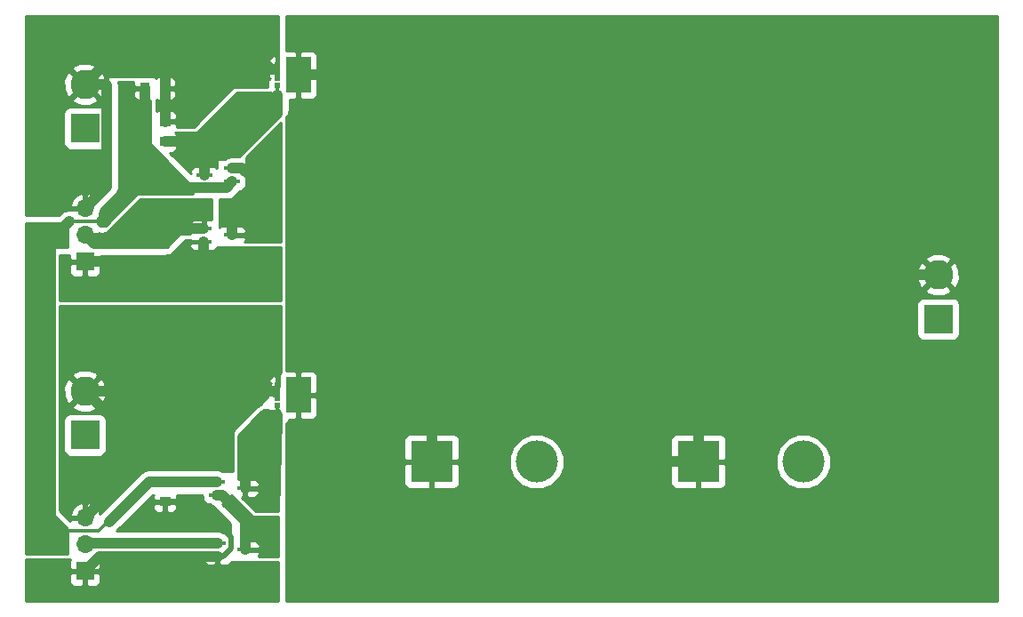
<source format=gbr>
G04 #@! TF.FileFunction,Copper,L1,Top,Signal*
%FSLAX46Y46*%
G04 Gerber Fmt 4.6, Leading zero omitted, Abs format (unit mm)*
G04 Created by KiCad (PCBNEW 4.0.7-e2-6376~58~ubuntu16.04.1) date Fri Dec  8 16:26:48 2017*
%MOMM*%
%LPD*%
G01*
G04 APERTURE LIST*
%ADD10C,0.100000*%
%ADD11R,4.000000X4.000000*%
%ADD12C,4.000000*%
%ADD13R,2.800000X2.800000*%
%ADD14C,2.800000*%
%ADD15R,1.500000X0.450000*%
%ADD16R,0.500000X0.500000*%
%ADD17R,2.400000X3.400000*%
%ADD18R,1.000000X0.845000*%
%ADD19R,0.845000X1.000000*%
%ADD20R,1.700000X1.700000*%
%ADD21O,1.700000X1.700000*%
%ADD22C,1.000000*%
%ADD23C,0.500000*%
%ADD24C,0.300000*%
%ADD25C,0.254000*%
G04 APERTURE END LIST*
D10*
D11*
X153670000Y-88900000D03*
D12*
X163670000Y-88900000D03*
D11*
X179070000Y-88900000D03*
D12*
X189070000Y-88900000D03*
D13*
X120650000Y-57150000D03*
D14*
X120650000Y-52950000D03*
D13*
X120650000Y-86360000D03*
D14*
X120650000Y-82160000D03*
D13*
X201930000Y-75320000D03*
D14*
X201930000Y-71120000D03*
D15*
X134680000Y-62230000D03*
X134680000Y-60930000D03*
X132020000Y-61580000D03*
X131960000Y-66660000D03*
X131960000Y-67960000D03*
X134620000Y-67310000D03*
X133230000Y-90790000D03*
X133230000Y-92090000D03*
X135890000Y-91440000D03*
X133290000Y-96632000D03*
X133290000Y-97932000D03*
X135950000Y-97282000D03*
D16*
X139020000Y-51095000D03*
X139020000Y-51745000D03*
X139020000Y-52395000D03*
X139020000Y-53045000D03*
D17*
X140970000Y-52070000D03*
D16*
X139020000Y-81575000D03*
X139020000Y-82225000D03*
X139020000Y-82875000D03*
X139020000Y-83525000D03*
D17*
X140970000Y-82550000D03*
D18*
X128270000Y-90785000D03*
X128270000Y-92710000D03*
D19*
X128270000Y-53340000D03*
X126345000Y-53340000D03*
D18*
X128270000Y-58420000D03*
X128270000Y-56495000D03*
D20*
X120650000Y-69850000D03*
D21*
X120650000Y-67310000D03*
X120650000Y-64770000D03*
D20*
X120650000Y-99314000D03*
D21*
X120650000Y-96774000D03*
X120650000Y-94234000D03*
D22*
X150320000Y-82550000D02*
X151130000Y-82550000D01*
X151130000Y-82550000D02*
X169720000Y-82550000D01*
X140970000Y-52070000D02*
X143170000Y-52070000D01*
X143170000Y-52070000D02*
X150320000Y-59220000D01*
X150320000Y-59220000D02*
X150320000Y-65570000D01*
X179070000Y-88900000D02*
X179070000Y-78486000D01*
X201930000Y-71120000D02*
X186436000Y-71120000D01*
X186436000Y-71120000D02*
X179070000Y-78486000D01*
X169720000Y-82550000D02*
X176070000Y-88900000D01*
X176070000Y-88900000D02*
X179070000Y-88900000D01*
X150320000Y-65570000D02*
X150320000Y-82550000D01*
X150320000Y-82550000D02*
X153670000Y-85900000D01*
X153670000Y-85900000D02*
X153670000Y-88900000D01*
X133290000Y-97932000D02*
X122032000Y-97932000D01*
X122032000Y-97932000D02*
X120650000Y-99314000D01*
D23*
X128270000Y-92710000D02*
X131153002Y-92710000D01*
X131153002Y-92710000D02*
X134540000Y-96096998D01*
X134540000Y-96096998D02*
X134540000Y-97207000D01*
X133815000Y-97932000D02*
X133290000Y-97932000D01*
X134540000Y-97207000D02*
X133815000Y-97932000D01*
D22*
X131295000Y-69850000D02*
X131960000Y-69185000D01*
X131960000Y-69185000D02*
X131960000Y-67960000D01*
X120650000Y-69850000D02*
X131295000Y-69850000D01*
D23*
X139020000Y-51095000D02*
X139020000Y-51745000D01*
D22*
X137414000Y-51550001D02*
X138164001Y-51550001D01*
X128270000Y-51550001D02*
X137414000Y-51550001D01*
X137414000Y-51550001D02*
X138672001Y-51550001D01*
D23*
X139020000Y-51745000D02*
X138270000Y-51745000D01*
X138270000Y-51745000D02*
X138164001Y-51639001D01*
X138164001Y-51639001D02*
X138164001Y-51550001D01*
X139020000Y-51095000D02*
X139020000Y-52344999D01*
D22*
X120650000Y-52950000D02*
X122629898Y-52950000D01*
X122629898Y-52950000D02*
X122750001Y-53070103D01*
X122750001Y-53070103D02*
X122750001Y-62669999D01*
X121499999Y-63920001D02*
X120650000Y-64770000D01*
X122750001Y-62669999D02*
X121499999Y-63920001D01*
X128270000Y-56495000D02*
X128270000Y-53340000D01*
X122049999Y-51550001D02*
X128270000Y-51550001D01*
X128270000Y-53340000D02*
X128270000Y-51550001D01*
X120650000Y-52950000D02*
X122049999Y-51550001D01*
D23*
X139020000Y-82225000D02*
X138684000Y-82225000D01*
X138684000Y-82225000D02*
X137225000Y-82225000D01*
D22*
X120650000Y-82160000D02*
X138619000Y-82160000D01*
X138619000Y-82160000D02*
X138684000Y-82225000D01*
D23*
X137225000Y-82225000D02*
X137160000Y-82160000D01*
X139020000Y-81575000D02*
X139020000Y-82325000D01*
X139020000Y-82325000D02*
X139020000Y-82824999D01*
D22*
X120715000Y-82225000D02*
X120650000Y-82160000D01*
X120650000Y-82160000D02*
X123698000Y-85208000D01*
X123698000Y-85208000D02*
X123698000Y-91186000D01*
X123698000Y-91186000D02*
X121499999Y-93384001D01*
X121499999Y-93384001D02*
X120650000Y-94234000D01*
X122174000Y-66040000D02*
X125433990Y-62780010D01*
X125433990Y-62780010D02*
X128989990Y-62780010D01*
X128270000Y-90785000D02*
X133225000Y-90785000D01*
X133225000Y-90785000D02*
X133230000Y-90790000D01*
D24*
X118618000Y-95504000D02*
X121920000Y-95504000D01*
X122936000Y-94619000D02*
X122805000Y-94619000D01*
X122805000Y-94619000D02*
X121920000Y-95504000D01*
D22*
X128270000Y-90785000D02*
X126770000Y-90785000D01*
X126770000Y-90785000D02*
X122936000Y-94619000D01*
X117094000Y-93980000D02*
X118618000Y-95504000D01*
X119126000Y-66040000D02*
X117094000Y-68072000D01*
X117094000Y-68072000D02*
X117094000Y-93980000D01*
D24*
X122174000Y-66040000D02*
X119126000Y-66040000D01*
D22*
X131064000Y-62780010D02*
X130447508Y-62780010D01*
X134129990Y-62780010D02*
X131064000Y-62780010D01*
X131064000Y-62780010D02*
X128989990Y-62780010D01*
X134680000Y-62230000D02*
X134129990Y-62780010D01*
X130447508Y-62780010D02*
X126345000Y-58677502D01*
X126345000Y-58677502D02*
X126345000Y-54840000D01*
X126345000Y-54840000D02*
X126345000Y-53340000D01*
X134620000Y-67310000D02*
X134620000Y-66085000D01*
X134620000Y-66085000D02*
X136398000Y-64307000D01*
X136398000Y-64307000D02*
X136398000Y-61712998D01*
X134680000Y-60930000D02*
X135615002Y-60930000D01*
X135615002Y-60930000D02*
X136398000Y-61712998D01*
X139020000Y-54020000D02*
X139020000Y-55290000D01*
X139020000Y-55290000D02*
X134934000Y-59376000D01*
D24*
X139020000Y-53045000D02*
X139020000Y-54020000D01*
D22*
X132020000Y-59376000D02*
X134934000Y-59376000D01*
X131064000Y-58420000D02*
X132020000Y-59376000D01*
X132020000Y-59376000D02*
X132020000Y-61580000D01*
X128270000Y-58420000D02*
X131064000Y-58420000D01*
X128182001Y-68159999D02*
X129682000Y-66660000D01*
X129682000Y-66660000D02*
X131960000Y-66660000D01*
X120650000Y-67310000D02*
X121499999Y-68159999D01*
X121499999Y-68159999D02*
X128182001Y-68159999D01*
X135950000Y-97282000D02*
X135950000Y-94285000D01*
X135950000Y-94285000D02*
X133755000Y-92090000D01*
X133755000Y-92090000D02*
X133230000Y-92090000D01*
X139020000Y-84500000D02*
X137750000Y-84500000D01*
X137750000Y-84500000D02*
X135890000Y-86360000D01*
X135890000Y-86360000D02*
X135890000Y-88900000D01*
D24*
X139020000Y-83525000D02*
X139020000Y-84500000D01*
D22*
X135890000Y-91440000D02*
X135890000Y-88900000D01*
X133290000Y-96632000D02*
X120792000Y-96632000D01*
X120792000Y-96632000D02*
X120650000Y-96774000D01*
D25*
G36*
X207570000Y-102160000D02*
X139827000Y-102160000D01*
X139827000Y-89185750D01*
X151035000Y-89185750D01*
X151035000Y-91026310D01*
X151131673Y-91259699D01*
X151310302Y-91438327D01*
X151543691Y-91535000D01*
X153384250Y-91535000D01*
X153543000Y-91376250D01*
X153543000Y-89027000D01*
X153797000Y-89027000D01*
X153797000Y-91376250D01*
X153955750Y-91535000D01*
X155796309Y-91535000D01*
X156029698Y-91438327D01*
X156208327Y-91259699D01*
X156305000Y-91026310D01*
X156305000Y-89421834D01*
X161034543Y-89421834D01*
X161434853Y-90390658D01*
X162175443Y-91132542D01*
X163143567Y-91534542D01*
X164191834Y-91535457D01*
X165160658Y-91135147D01*
X165902542Y-90394557D01*
X166304542Y-89426433D01*
X166304752Y-89185750D01*
X176435000Y-89185750D01*
X176435000Y-91026310D01*
X176531673Y-91259699D01*
X176710302Y-91438327D01*
X176943691Y-91535000D01*
X178784250Y-91535000D01*
X178943000Y-91376250D01*
X178943000Y-89027000D01*
X179197000Y-89027000D01*
X179197000Y-91376250D01*
X179355750Y-91535000D01*
X181196309Y-91535000D01*
X181429698Y-91438327D01*
X181608327Y-91259699D01*
X181705000Y-91026310D01*
X181705000Y-89421834D01*
X186434543Y-89421834D01*
X186834853Y-90390658D01*
X187575443Y-91132542D01*
X188543567Y-91534542D01*
X189591834Y-91535457D01*
X190560658Y-91135147D01*
X191302542Y-90394557D01*
X191704542Y-89426433D01*
X191705457Y-88378166D01*
X191305147Y-87409342D01*
X190564557Y-86667458D01*
X189596433Y-86265458D01*
X188548166Y-86264543D01*
X187579342Y-86664853D01*
X186837458Y-87405443D01*
X186435458Y-88373567D01*
X186434543Y-89421834D01*
X181705000Y-89421834D01*
X181705000Y-89185750D01*
X181546250Y-89027000D01*
X179197000Y-89027000D01*
X178943000Y-89027000D01*
X176593750Y-89027000D01*
X176435000Y-89185750D01*
X166304752Y-89185750D01*
X166305457Y-88378166D01*
X165905147Y-87409342D01*
X165270604Y-86773690D01*
X176435000Y-86773690D01*
X176435000Y-88614250D01*
X176593750Y-88773000D01*
X178943000Y-88773000D01*
X178943000Y-86423750D01*
X179197000Y-86423750D01*
X179197000Y-88773000D01*
X181546250Y-88773000D01*
X181705000Y-88614250D01*
X181705000Y-86773690D01*
X181608327Y-86540301D01*
X181429698Y-86361673D01*
X181196309Y-86265000D01*
X179355750Y-86265000D01*
X179197000Y-86423750D01*
X178943000Y-86423750D01*
X178784250Y-86265000D01*
X176943691Y-86265000D01*
X176710302Y-86361673D01*
X176531673Y-86540301D01*
X176435000Y-86773690D01*
X165270604Y-86773690D01*
X165164557Y-86667458D01*
X164196433Y-86265458D01*
X163148166Y-86264543D01*
X162179342Y-86664853D01*
X161437458Y-87405443D01*
X161035458Y-88373567D01*
X161034543Y-89421834D01*
X156305000Y-89421834D01*
X156305000Y-89185750D01*
X156146250Y-89027000D01*
X153797000Y-89027000D01*
X153543000Y-89027000D01*
X151193750Y-89027000D01*
X151035000Y-89185750D01*
X139827000Y-89185750D01*
X139827000Y-86773690D01*
X151035000Y-86773690D01*
X151035000Y-88614250D01*
X151193750Y-88773000D01*
X153543000Y-88773000D01*
X153543000Y-86423750D01*
X153797000Y-86423750D01*
X153797000Y-88773000D01*
X156146250Y-88773000D01*
X156305000Y-88614250D01*
X156305000Y-86773690D01*
X156208327Y-86540301D01*
X156029698Y-86361673D01*
X155796309Y-86265000D01*
X153955750Y-86265000D01*
X153797000Y-86423750D01*
X153543000Y-86423750D01*
X153384250Y-86265000D01*
X151543691Y-86265000D01*
X151310302Y-86361673D01*
X151131673Y-86540301D01*
X151035000Y-86773690D01*
X139827000Y-86773690D01*
X139827000Y-85295930D01*
X140068603Y-84934346D01*
X140078419Y-84885000D01*
X140684250Y-84885000D01*
X140843000Y-84726250D01*
X140843000Y-82677000D01*
X141097000Y-82677000D01*
X141097000Y-84726250D01*
X141255750Y-84885000D01*
X142296309Y-84885000D01*
X142529698Y-84788327D01*
X142708327Y-84609699D01*
X142805000Y-84376310D01*
X142805000Y-82835750D01*
X142646250Y-82677000D01*
X141097000Y-82677000D01*
X140843000Y-82677000D01*
X140823000Y-82677000D01*
X140823000Y-82423000D01*
X140843000Y-82423000D01*
X140843000Y-80373750D01*
X141097000Y-80373750D01*
X141097000Y-82423000D01*
X142646250Y-82423000D01*
X142805000Y-82264250D01*
X142805000Y-80723690D01*
X142708327Y-80490301D01*
X142529698Y-80311673D01*
X142296309Y-80215000D01*
X141255750Y-80215000D01*
X141097000Y-80373750D01*
X140843000Y-80373750D01*
X140684250Y-80215000D01*
X139827000Y-80215000D01*
X139827000Y-73920000D01*
X199882560Y-73920000D01*
X199882560Y-76720000D01*
X199926838Y-76955317D01*
X200065910Y-77171441D01*
X200278110Y-77316431D01*
X200530000Y-77367440D01*
X203330000Y-77367440D01*
X203565317Y-77323162D01*
X203781441Y-77184090D01*
X203926431Y-76971890D01*
X203977440Y-76720000D01*
X203977440Y-73920000D01*
X203933162Y-73684683D01*
X203794090Y-73468559D01*
X203581890Y-73323569D01*
X203330000Y-73272560D01*
X200530000Y-73272560D01*
X200294683Y-73316838D01*
X200078559Y-73455910D01*
X199933569Y-73668110D01*
X199882560Y-73920000D01*
X139827000Y-73920000D01*
X139827000Y-72561724D01*
X200667882Y-72561724D01*
X200815455Y-72870106D01*
X201570031Y-73163405D01*
X202379409Y-73145614D01*
X203044545Y-72870106D01*
X203192118Y-72561724D01*
X201930000Y-71299605D01*
X200667882Y-72561724D01*
X139827000Y-72561724D01*
X139827000Y-70760031D01*
X199886595Y-70760031D01*
X199904386Y-71569409D01*
X200179894Y-72234545D01*
X200488276Y-72382118D01*
X201750395Y-71120000D01*
X202109605Y-71120000D01*
X203371724Y-72382118D01*
X203680106Y-72234545D01*
X203973405Y-71479969D01*
X203955614Y-70670591D01*
X203680106Y-70005455D01*
X203371724Y-69857882D01*
X202109605Y-71120000D01*
X201750395Y-71120000D01*
X200488276Y-69857882D01*
X200179894Y-70005455D01*
X199886595Y-70760031D01*
X139827000Y-70760031D01*
X139827000Y-69678276D01*
X200667882Y-69678276D01*
X201930000Y-70940395D01*
X203192118Y-69678276D01*
X203044545Y-69369894D01*
X202289969Y-69076595D01*
X201480591Y-69094386D01*
X200815455Y-69369894D01*
X200667882Y-69678276D01*
X139827000Y-69678276D01*
X139827000Y-56085930D01*
X140068604Y-55724345D01*
X140155000Y-55290000D01*
X140155000Y-54405000D01*
X140684250Y-54405000D01*
X140843000Y-54246250D01*
X140843000Y-52197000D01*
X141097000Y-52197000D01*
X141097000Y-54246250D01*
X141255750Y-54405000D01*
X142296309Y-54405000D01*
X142529698Y-54308327D01*
X142708327Y-54129699D01*
X142805000Y-53896310D01*
X142805000Y-52355750D01*
X142646250Y-52197000D01*
X141097000Y-52197000D01*
X140843000Y-52197000D01*
X140823000Y-52197000D01*
X140823000Y-51943000D01*
X140843000Y-51943000D01*
X140843000Y-49893750D01*
X141097000Y-49893750D01*
X141097000Y-51943000D01*
X142646250Y-51943000D01*
X142805000Y-51784250D01*
X142805000Y-50243690D01*
X142708327Y-50010301D01*
X142529698Y-49831673D01*
X142296309Y-49735000D01*
X141255750Y-49735000D01*
X141097000Y-49893750D01*
X140843000Y-49893750D01*
X140684250Y-49735000D01*
X139827000Y-49735000D01*
X139827000Y-46430000D01*
X207570000Y-46430000D01*
X207570000Y-102160000D01*
X207570000Y-102160000D01*
G37*
X207570000Y-102160000D02*
X139827000Y-102160000D01*
X139827000Y-89185750D01*
X151035000Y-89185750D01*
X151035000Y-91026310D01*
X151131673Y-91259699D01*
X151310302Y-91438327D01*
X151543691Y-91535000D01*
X153384250Y-91535000D01*
X153543000Y-91376250D01*
X153543000Y-89027000D01*
X153797000Y-89027000D01*
X153797000Y-91376250D01*
X153955750Y-91535000D01*
X155796309Y-91535000D01*
X156029698Y-91438327D01*
X156208327Y-91259699D01*
X156305000Y-91026310D01*
X156305000Y-89421834D01*
X161034543Y-89421834D01*
X161434853Y-90390658D01*
X162175443Y-91132542D01*
X163143567Y-91534542D01*
X164191834Y-91535457D01*
X165160658Y-91135147D01*
X165902542Y-90394557D01*
X166304542Y-89426433D01*
X166304752Y-89185750D01*
X176435000Y-89185750D01*
X176435000Y-91026310D01*
X176531673Y-91259699D01*
X176710302Y-91438327D01*
X176943691Y-91535000D01*
X178784250Y-91535000D01*
X178943000Y-91376250D01*
X178943000Y-89027000D01*
X179197000Y-89027000D01*
X179197000Y-91376250D01*
X179355750Y-91535000D01*
X181196309Y-91535000D01*
X181429698Y-91438327D01*
X181608327Y-91259699D01*
X181705000Y-91026310D01*
X181705000Y-89421834D01*
X186434543Y-89421834D01*
X186834853Y-90390658D01*
X187575443Y-91132542D01*
X188543567Y-91534542D01*
X189591834Y-91535457D01*
X190560658Y-91135147D01*
X191302542Y-90394557D01*
X191704542Y-89426433D01*
X191705457Y-88378166D01*
X191305147Y-87409342D01*
X190564557Y-86667458D01*
X189596433Y-86265458D01*
X188548166Y-86264543D01*
X187579342Y-86664853D01*
X186837458Y-87405443D01*
X186435458Y-88373567D01*
X186434543Y-89421834D01*
X181705000Y-89421834D01*
X181705000Y-89185750D01*
X181546250Y-89027000D01*
X179197000Y-89027000D01*
X178943000Y-89027000D01*
X176593750Y-89027000D01*
X176435000Y-89185750D01*
X166304752Y-89185750D01*
X166305457Y-88378166D01*
X165905147Y-87409342D01*
X165270604Y-86773690D01*
X176435000Y-86773690D01*
X176435000Y-88614250D01*
X176593750Y-88773000D01*
X178943000Y-88773000D01*
X178943000Y-86423750D01*
X179197000Y-86423750D01*
X179197000Y-88773000D01*
X181546250Y-88773000D01*
X181705000Y-88614250D01*
X181705000Y-86773690D01*
X181608327Y-86540301D01*
X181429698Y-86361673D01*
X181196309Y-86265000D01*
X179355750Y-86265000D01*
X179197000Y-86423750D01*
X178943000Y-86423750D01*
X178784250Y-86265000D01*
X176943691Y-86265000D01*
X176710302Y-86361673D01*
X176531673Y-86540301D01*
X176435000Y-86773690D01*
X165270604Y-86773690D01*
X165164557Y-86667458D01*
X164196433Y-86265458D01*
X163148166Y-86264543D01*
X162179342Y-86664853D01*
X161437458Y-87405443D01*
X161035458Y-88373567D01*
X161034543Y-89421834D01*
X156305000Y-89421834D01*
X156305000Y-89185750D01*
X156146250Y-89027000D01*
X153797000Y-89027000D01*
X153543000Y-89027000D01*
X151193750Y-89027000D01*
X151035000Y-89185750D01*
X139827000Y-89185750D01*
X139827000Y-86773690D01*
X151035000Y-86773690D01*
X151035000Y-88614250D01*
X151193750Y-88773000D01*
X153543000Y-88773000D01*
X153543000Y-86423750D01*
X153797000Y-86423750D01*
X153797000Y-88773000D01*
X156146250Y-88773000D01*
X156305000Y-88614250D01*
X156305000Y-86773690D01*
X156208327Y-86540301D01*
X156029698Y-86361673D01*
X155796309Y-86265000D01*
X153955750Y-86265000D01*
X153797000Y-86423750D01*
X153543000Y-86423750D01*
X153384250Y-86265000D01*
X151543691Y-86265000D01*
X151310302Y-86361673D01*
X151131673Y-86540301D01*
X151035000Y-86773690D01*
X139827000Y-86773690D01*
X139827000Y-85295930D01*
X140068603Y-84934346D01*
X140078419Y-84885000D01*
X140684250Y-84885000D01*
X140843000Y-84726250D01*
X140843000Y-82677000D01*
X141097000Y-82677000D01*
X141097000Y-84726250D01*
X141255750Y-84885000D01*
X142296309Y-84885000D01*
X142529698Y-84788327D01*
X142708327Y-84609699D01*
X142805000Y-84376310D01*
X142805000Y-82835750D01*
X142646250Y-82677000D01*
X141097000Y-82677000D01*
X140843000Y-82677000D01*
X140823000Y-82677000D01*
X140823000Y-82423000D01*
X140843000Y-82423000D01*
X140843000Y-80373750D01*
X141097000Y-80373750D01*
X141097000Y-82423000D01*
X142646250Y-82423000D01*
X142805000Y-82264250D01*
X142805000Y-80723690D01*
X142708327Y-80490301D01*
X142529698Y-80311673D01*
X142296309Y-80215000D01*
X141255750Y-80215000D01*
X141097000Y-80373750D01*
X140843000Y-80373750D01*
X140684250Y-80215000D01*
X139827000Y-80215000D01*
X139827000Y-73920000D01*
X199882560Y-73920000D01*
X199882560Y-76720000D01*
X199926838Y-76955317D01*
X200065910Y-77171441D01*
X200278110Y-77316431D01*
X200530000Y-77367440D01*
X203330000Y-77367440D01*
X203565317Y-77323162D01*
X203781441Y-77184090D01*
X203926431Y-76971890D01*
X203977440Y-76720000D01*
X203977440Y-73920000D01*
X203933162Y-73684683D01*
X203794090Y-73468559D01*
X203581890Y-73323569D01*
X203330000Y-73272560D01*
X200530000Y-73272560D01*
X200294683Y-73316838D01*
X200078559Y-73455910D01*
X199933569Y-73668110D01*
X199882560Y-73920000D01*
X139827000Y-73920000D01*
X139827000Y-72561724D01*
X200667882Y-72561724D01*
X200815455Y-72870106D01*
X201570031Y-73163405D01*
X202379409Y-73145614D01*
X203044545Y-72870106D01*
X203192118Y-72561724D01*
X201930000Y-71299605D01*
X200667882Y-72561724D01*
X139827000Y-72561724D01*
X139827000Y-70760031D01*
X199886595Y-70760031D01*
X199904386Y-71569409D01*
X200179894Y-72234545D01*
X200488276Y-72382118D01*
X201750395Y-71120000D01*
X202109605Y-71120000D01*
X203371724Y-72382118D01*
X203680106Y-72234545D01*
X203973405Y-71479969D01*
X203955614Y-70670591D01*
X203680106Y-70005455D01*
X203371724Y-69857882D01*
X202109605Y-71120000D01*
X201750395Y-71120000D01*
X200488276Y-69857882D01*
X200179894Y-70005455D01*
X199886595Y-70760031D01*
X139827000Y-70760031D01*
X139827000Y-69678276D01*
X200667882Y-69678276D01*
X201930000Y-70940395D01*
X203192118Y-69678276D01*
X203044545Y-69369894D01*
X202289969Y-69076595D01*
X201480591Y-69094386D01*
X200815455Y-69369894D01*
X200667882Y-69678276D01*
X139827000Y-69678276D01*
X139827000Y-56085930D01*
X140068604Y-55724345D01*
X140155000Y-55290000D01*
X140155000Y-54405000D01*
X140684250Y-54405000D01*
X140843000Y-54246250D01*
X140843000Y-52197000D01*
X141097000Y-52197000D01*
X141097000Y-54246250D01*
X141255750Y-54405000D01*
X142296309Y-54405000D01*
X142529698Y-54308327D01*
X142708327Y-54129699D01*
X142805000Y-53896310D01*
X142805000Y-52355750D01*
X142646250Y-52197000D01*
X141097000Y-52197000D01*
X140843000Y-52197000D01*
X140823000Y-52197000D01*
X140823000Y-51943000D01*
X140843000Y-51943000D01*
X140843000Y-49893750D01*
X141097000Y-49893750D01*
X141097000Y-51943000D01*
X142646250Y-51943000D01*
X142805000Y-51784250D01*
X142805000Y-50243690D01*
X142708327Y-50010301D01*
X142529698Y-49831673D01*
X142296309Y-49735000D01*
X141255750Y-49735000D01*
X141097000Y-49893750D01*
X140843000Y-49893750D01*
X140684250Y-49735000D01*
X139827000Y-49735000D01*
X139827000Y-46430000D01*
X207570000Y-46430000D01*
X207570000Y-102160000D01*
G36*
X139319000Y-80385626D02*
X139318559Y-80385910D01*
X139173569Y-80598110D01*
X139122560Y-80850000D01*
X139122560Y-81722000D01*
X138895000Y-81722000D01*
X138895000Y-81498750D01*
X138846250Y-81450000D01*
X138895000Y-81450000D01*
X138895000Y-80848750D01*
X138736250Y-80690000D01*
X138643691Y-80690000D01*
X138410302Y-80786673D01*
X138231673Y-80965301D01*
X138135000Y-81198690D01*
X138135000Y-81291250D01*
X138293750Y-81450000D01*
X138396975Y-81450000D01*
X138231673Y-81615301D01*
X138135000Y-81848690D01*
X138135000Y-81951310D01*
X138231673Y-82184699D01*
X138271974Y-82225000D01*
X138231673Y-82265301D01*
X138135000Y-82498690D01*
X138135000Y-82601310D01*
X138153770Y-82646624D01*
X137357276Y-83443118D01*
X137315654Y-83451397D01*
X137090674Y-83601724D01*
X136947434Y-83697434D01*
X135087434Y-85557434D01*
X134841397Y-85925654D01*
X134833118Y-85967276D01*
X134784197Y-86016197D01*
X134756334Y-86058211D01*
X134747000Y-86106000D01*
X134747000Y-89789000D01*
X133738072Y-89789000D01*
X133659346Y-89736397D01*
X133225000Y-89650000D01*
X126770000Y-89650000D01*
X126335654Y-89736397D01*
X126093185Y-89898410D01*
X125967434Y-89982434D01*
X122133434Y-93816434D01*
X122086156Y-93887190D01*
X122091476Y-93877110D01*
X121921645Y-93467076D01*
X121531358Y-93038817D01*
X121006892Y-92792514D01*
X120777000Y-92913181D01*
X120777000Y-94107000D01*
X120797000Y-94107000D01*
X120797000Y-94361000D01*
X120777000Y-94361000D01*
X120777000Y-94381000D01*
X120523000Y-94381000D01*
X120523000Y-94361000D01*
X119329845Y-94361000D01*
X119243585Y-94524453D01*
X118596242Y-93877110D01*
X119208524Y-93877110D01*
X119329845Y-94107000D01*
X120523000Y-94107000D01*
X120523000Y-92913181D01*
X120293108Y-92792514D01*
X119768642Y-93038817D01*
X119378355Y-93467076D01*
X119208524Y-93877110D01*
X118596242Y-93877110D01*
X118237000Y-93517868D01*
X118237000Y-84960000D01*
X118602560Y-84960000D01*
X118602560Y-87760000D01*
X118646838Y-87995317D01*
X118785910Y-88211441D01*
X118998110Y-88356431D01*
X119250000Y-88407440D01*
X122050000Y-88407440D01*
X122285317Y-88363162D01*
X122501441Y-88224090D01*
X122646431Y-88011890D01*
X122697440Y-87760000D01*
X122697440Y-84960000D01*
X122653162Y-84724683D01*
X122514090Y-84508559D01*
X122301890Y-84363569D01*
X122050000Y-84312560D01*
X119250000Y-84312560D01*
X119014683Y-84356838D01*
X118798559Y-84495910D01*
X118653569Y-84708110D01*
X118602560Y-84960000D01*
X118237000Y-84960000D01*
X118237000Y-83601724D01*
X119387882Y-83601724D01*
X119535455Y-83910106D01*
X120290031Y-84203405D01*
X121099409Y-84185614D01*
X121764545Y-83910106D01*
X121912118Y-83601724D01*
X120650000Y-82339605D01*
X119387882Y-83601724D01*
X118237000Y-83601724D01*
X118237000Y-81800031D01*
X118606595Y-81800031D01*
X118624386Y-82609409D01*
X118899894Y-83274545D01*
X119208276Y-83422118D01*
X120470395Y-82160000D01*
X120829605Y-82160000D01*
X122091724Y-83422118D01*
X122400106Y-83274545D01*
X122693405Y-82519969D01*
X122675614Y-81710591D01*
X122400106Y-81045455D01*
X122091724Y-80897882D01*
X120829605Y-82160000D01*
X120470395Y-82160000D01*
X119208276Y-80897882D01*
X118899894Y-81045455D01*
X118606595Y-81800031D01*
X118237000Y-81800031D01*
X118237000Y-80718276D01*
X119387882Y-80718276D01*
X120650000Y-81980395D01*
X121912118Y-80718276D01*
X121764545Y-80409894D01*
X121009969Y-80116595D01*
X120200591Y-80134386D01*
X119535455Y-80409894D01*
X119387882Y-80718276D01*
X118237000Y-80718276D01*
X118237000Y-74041000D01*
X139319000Y-74041000D01*
X139319000Y-80385626D01*
X139319000Y-80385626D01*
G37*
X139319000Y-80385626D02*
X139318559Y-80385910D01*
X139173569Y-80598110D01*
X139122560Y-80850000D01*
X139122560Y-81722000D01*
X138895000Y-81722000D01*
X138895000Y-81498750D01*
X138846250Y-81450000D01*
X138895000Y-81450000D01*
X138895000Y-80848750D01*
X138736250Y-80690000D01*
X138643691Y-80690000D01*
X138410302Y-80786673D01*
X138231673Y-80965301D01*
X138135000Y-81198690D01*
X138135000Y-81291250D01*
X138293750Y-81450000D01*
X138396975Y-81450000D01*
X138231673Y-81615301D01*
X138135000Y-81848690D01*
X138135000Y-81951310D01*
X138231673Y-82184699D01*
X138271974Y-82225000D01*
X138231673Y-82265301D01*
X138135000Y-82498690D01*
X138135000Y-82601310D01*
X138153770Y-82646624D01*
X137357276Y-83443118D01*
X137315654Y-83451397D01*
X137090674Y-83601724D01*
X136947434Y-83697434D01*
X135087434Y-85557434D01*
X134841397Y-85925654D01*
X134833118Y-85967276D01*
X134784197Y-86016197D01*
X134756334Y-86058211D01*
X134747000Y-86106000D01*
X134747000Y-89789000D01*
X133738072Y-89789000D01*
X133659346Y-89736397D01*
X133225000Y-89650000D01*
X126770000Y-89650000D01*
X126335654Y-89736397D01*
X126093185Y-89898410D01*
X125967434Y-89982434D01*
X122133434Y-93816434D01*
X122086156Y-93887190D01*
X122091476Y-93877110D01*
X121921645Y-93467076D01*
X121531358Y-93038817D01*
X121006892Y-92792514D01*
X120777000Y-92913181D01*
X120777000Y-94107000D01*
X120797000Y-94107000D01*
X120797000Y-94361000D01*
X120777000Y-94361000D01*
X120777000Y-94381000D01*
X120523000Y-94381000D01*
X120523000Y-94361000D01*
X119329845Y-94361000D01*
X119243585Y-94524453D01*
X118596242Y-93877110D01*
X119208524Y-93877110D01*
X119329845Y-94107000D01*
X120523000Y-94107000D01*
X120523000Y-92913181D01*
X120293108Y-92792514D01*
X119768642Y-93038817D01*
X119378355Y-93467076D01*
X119208524Y-93877110D01*
X118596242Y-93877110D01*
X118237000Y-93517868D01*
X118237000Y-84960000D01*
X118602560Y-84960000D01*
X118602560Y-87760000D01*
X118646838Y-87995317D01*
X118785910Y-88211441D01*
X118998110Y-88356431D01*
X119250000Y-88407440D01*
X122050000Y-88407440D01*
X122285317Y-88363162D01*
X122501441Y-88224090D01*
X122646431Y-88011890D01*
X122697440Y-87760000D01*
X122697440Y-84960000D01*
X122653162Y-84724683D01*
X122514090Y-84508559D01*
X122301890Y-84363569D01*
X122050000Y-84312560D01*
X119250000Y-84312560D01*
X119014683Y-84356838D01*
X118798559Y-84495910D01*
X118653569Y-84708110D01*
X118602560Y-84960000D01*
X118237000Y-84960000D01*
X118237000Y-83601724D01*
X119387882Y-83601724D01*
X119535455Y-83910106D01*
X120290031Y-84203405D01*
X121099409Y-84185614D01*
X121764545Y-83910106D01*
X121912118Y-83601724D01*
X120650000Y-82339605D01*
X119387882Y-83601724D01*
X118237000Y-83601724D01*
X118237000Y-81800031D01*
X118606595Y-81800031D01*
X118624386Y-82609409D01*
X118899894Y-83274545D01*
X119208276Y-83422118D01*
X120470395Y-82160000D01*
X120829605Y-82160000D01*
X122091724Y-83422118D01*
X122400106Y-83274545D01*
X122693405Y-82519969D01*
X122675614Y-81710591D01*
X122400106Y-81045455D01*
X122091724Y-80897882D01*
X120829605Y-82160000D01*
X120470395Y-82160000D01*
X119208276Y-80897882D01*
X118899894Y-81045455D01*
X118606595Y-81800031D01*
X118237000Y-81800031D01*
X118237000Y-80718276D01*
X119387882Y-80718276D01*
X120650000Y-81980395D01*
X121912118Y-80718276D01*
X121764545Y-80409894D01*
X121009969Y-80116595D01*
X120200591Y-80134386D01*
X119535455Y-80409894D01*
X119387882Y-80718276D01*
X118237000Y-80718276D01*
X118237000Y-74041000D01*
X139319000Y-74041000D01*
X139319000Y-80385626D01*
G36*
X138231673Y-84134699D02*
X138410302Y-84313327D01*
X138643691Y-84410000D01*
X138736250Y-84410000D01*
X138895000Y-84251250D01*
X138895000Y-83947000D01*
X139122560Y-83947000D01*
X139122560Y-84250000D01*
X139166838Y-84485317D01*
X139296723Y-84687165D01*
X139068215Y-93599000D01*
X136830453Y-93599000D01*
X136752566Y-93482434D01*
X135570132Y-92300000D01*
X135604250Y-92300000D01*
X135763000Y-92141250D01*
X135763000Y-91552500D01*
X136017000Y-91552500D01*
X136017000Y-92141250D01*
X136175750Y-92300000D01*
X136766310Y-92300000D01*
X136999699Y-92203327D01*
X137178327Y-92024698D01*
X137275000Y-91791309D01*
X137275000Y-91711250D01*
X137116250Y-91552500D01*
X136017000Y-91552500D01*
X135763000Y-91552500D01*
X135743000Y-91552500D01*
X135743000Y-91327500D01*
X135763000Y-91327500D01*
X135763000Y-90738750D01*
X136017000Y-90738750D01*
X136017000Y-91327500D01*
X137116250Y-91327500D01*
X137275000Y-91168750D01*
X137275000Y-91088691D01*
X137178327Y-90855302D01*
X136999699Y-90676673D01*
X136766310Y-90580000D01*
X136175750Y-90580000D01*
X136017000Y-90738750D01*
X135763000Y-90738750D01*
X135604250Y-90580000D01*
X135255000Y-90580000D01*
X135255000Y-86412606D01*
X137720606Y-83947000D01*
X138153925Y-83947000D01*
X138231673Y-84134699D01*
X138231673Y-84134699D01*
G37*
X138231673Y-84134699D02*
X138410302Y-84313327D01*
X138643691Y-84410000D01*
X138736250Y-84410000D01*
X138895000Y-84251250D01*
X138895000Y-83947000D01*
X139122560Y-83947000D01*
X139122560Y-84250000D01*
X139166838Y-84485317D01*
X139296723Y-84687165D01*
X139068215Y-93599000D01*
X136830453Y-93599000D01*
X136752566Y-93482434D01*
X135570132Y-92300000D01*
X135604250Y-92300000D01*
X135763000Y-92141250D01*
X135763000Y-91552500D01*
X136017000Y-91552500D01*
X136017000Y-92141250D01*
X136175750Y-92300000D01*
X136766310Y-92300000D01*
X136999699Y-92203327D01*
X137178327Y-92024698D01*
X137275000Y-91791309D01*
X137275000Y-91711250D01*
X137116250Y-91552500D01*
X136017000Y-91552500D01*
X135763000Y-91552500D01*
X135743000Y-91552500D01*
X135743000Y-91327500D01*
X135763000Y-91327500D01*
X135763000Y-90738750D01*
X136017000Y-90738750D01*
X136017000Y-91327500D01*
X137116250Y-91327500D01*
X137275000Y-91168750D01*
X137275000Y-91088691D01*
X137178327Y-90855302D01*
X136999699Y-90676673D01*
X136766310Y-90580000D01*
X136175750Y-90580000D01*
X136017000Y-90738750D01*
X135763000Y-90738750D01*
X135604250Y-90580000D01*
X135255000Y-90580000D01*
X135255000Y-86412606D01*
X137720606Y-83947000D01*
X138153925Y-83947000D01*
X138231673Y-84134699D01*
G36*
X136562197Y-94069803D02*
X136604211Y-94097666D01*
X136652000Y-94107000D01*
X139065000Y-94107000D01*
X139065000Y-97917000D01*
X137188025Y-97917000D01*
X137238327Y-97866698D01*
X137335000Y-97633309D01*
X137335000Y-97553250D01*
X137176250Y-97394500D01*
X136077000Y-97394500D01*
X136077000Y-97429000D01*
X135823000Y-97429000D01*
X135823000Y-97394500D01*
X135803000Y-97394500D01*
X135803000Y-97169500D01*
X135823000Y-97169500D01*
X135823000Y-96580750D01*
X136077000Y-96580750D01*
X136077000Y-97169500D01*
X137176250Y-97169500D01*
X137335000Y-97010750D01*
X137335000Y-96930691D01*
X137238327Y-96697302D01*
X137059699Y-96518673D01*
X136826310Y-96422000D01*
X136235750Y-96422000D01*
X136077000Y-96580750D01*
X135823000Y-96580750D01*
X135664250Y-96422000D01*
X135509000Y-96422000D01*
X135509000Y-94742000D01*
X135498994Y-94692590D01*
X135471803Y-94652197D01*
X133769606Y-92950000D01*
X134106310Y-92950000D01*
X134339699Y-92853327D01*
X134518327Y-92674698D01*
X134615000Y-92441309D01*
X134615000Y-92361250D01*
X134470752Y-92217002D01*
X134615000Y-92217002D01*
X134615000Y-92122606D01*
X136562197Y-94069803D01*
X136562197Y-94069803D01*
G37*
X136562197Y-94069803D02*
X136604211Y-94097666D01*
X136652000Y-94107000D01*
X139065000Y-94107000D01*
X139065000Y-97917000D01*
X137188025Y-97917000D01*
X137238327Y-97866698D01*
X137335000Y-97633309D01*
X137335000Y-97553250D01*
X137176250Y-97394500D01*
X136077000Y-97394500D01*
X136077000Y-97429000D01*
X135823000Y-97429000D01*
X135823000Y-97394500D01*
X135803000Y-97394500D01*
X135803000Y-97169500D01*
X135823000Y-97169500D01*
X135823000Y-96580750D01*
X136077000Y-96580750D01*
X136077000Y-97169500D01*
X137176250Y-97169500D01*
X137335000Y-97010750D01*
X137335000Y-96930691D01*
X137238327Y-96697302D01*
X137059699Y-96518673D01*
X136826310Y-96422000D01*
X136235750Y-96422000D01*
X136077000Y-96580750D01*
X135823000Y-96580750D01*
X135664250Y-96422000D01*
X135509000Y-96422000D01*
X135509000Y-94742000D01*
X135498994Y-94692590D01*
X135471803Y-94652197D01*
X133769606Y-92950000D01*
X134106310Y-92950000D01*
X134339699Y-92853327D01*
X134518327Y-92674698D01*
X134615000Y-92441309D01*
X134615000Y-92361250D01*
X134470752Y-92217002D01*
X134615000Y-92217002D01*
X134615000Y-92122606D01*
X136562197Y-94069803D01*
G36*
X133357000Y-91977500D02*
X133377000Y-91977500D01*
X133377000Y-92202500D01*
X133357000Y-92202500D01*
X133357000Y-92237000D01*
X133103000Y-92237000D01*
X133103000Y-92202500D01*
X133083000Y-92202500D01*
X133083000Y-91977500D01*
X133103000Y-91977500D01*
X133103000Y-91943000D01*
X133357000Y-91943000D01*
X133357000Y-91977500D01*
X133357000Y-91977500D01*
G37*
X133357000Y-91977500D02*
X133377000Y-91977500D01*
X133377000Y-92202500D01*
X133357000Y-92202500D01*
X133357000Y-92237000D01*
X133103000Y-92237000D01*
X133103000Y-92202500D01*
X133083000Y-92202500D01*
X133083000Y-91977500D01*
X133103000Y-91977500D01*
X133103000Y-91943000D01*
X133357000Y-91943000D01*
X133357000Y-91977500D01*
G36*
X119165000Y-98337690D02*
X119165000Y-99028250D01*
X119323750Y-99187000D01*
X120523000Y-99187000D01*
X120523000Y-99167000D01*
X120777000Y-99167000D01*
X120777000Y-99187000D01*
X121976250Y-99187000D01*
X122135000Y-99028250D01*
X122135000Y-98337690D01*
X122065955Y-98171000D01*
X131937250Y-98171000D01*
X131905000Y-98203250D01*
X131905000Y-98283309D01*
X132001673Y-98516698D01*
X132180301Y-98695327D01*
X132413690Y-98792000D01*
X133004250Y-98792000D01*
X133163000Y-98633250D01*
X133163000Y-98171000D01*
X133417000Y-98171000D01*
X133417000Y-98633250D01*
X133575750Y-98792000D01*
X134166310Y-98792000D01*
X134399699Y-98695327D01*
X134578327Y-98516698D01*
X134616576Y-98424356D01*
X134620000Y-98425000D01*
X139065000Y-98425000D01*
X139065000Y-102160000D01*
X115010000Y-102160000D01*
X115010000Y-99599750D01*
X119165000Y-99599750D01*
X119165000Y-100290310D01*
X119261673Y-100523699D01*
X119440302Y-100702327D01*
X119673691Y-100799000D01*
X120364250Y-100799000D01*
X120523000Y-100640250D01*
X120523000Y-99441000D01*
X120777000Y-99441000D01*
X120777000Y-100640250D01*
X120935750Y-100799000D01*
X121626309Y-100799000D01*
X121859698Y-100702327D01*
X122038327Y-100523699D01*
X122135000Y-100290310D01*
X122135000Y-99599750D01*
X121976250Y-99441000D01*
X120777000Y-99441000D01*
X120523000Y-99441000D01*
X119323750Y-99441000D01*
X119165000Y-99599750D01*
X115010000Y-99599750D01*
X115010000Y-98171000D01*
X119234045Y-98171000D01*
X119165000Y-98337690D01*
X119165000Y-98337690D01*
G37*
X119165000Y-98337690D02*
X119165000Y-99028250D01*
X119323750Y-99187000D01*
X120523000Y-99187000D01*
X120523000Y-99167000D01*
X120777000Y-99167000D01*
X120777000Y-99187000D01*
X121976250Y-99187000D01*
X122135000Y-99028250D01*
X122135000Y-98337690D01*
X122065955Y-98171000D01*
X131937250Y-98171000D01*
X131905000Y-98203250D01*
X131905000Y-98283309D01*
X132001673Y-98516698D01*
X132180301Y-98695327D01*
X132413690Y-98792000D01*
X133004250Y-98792000D01*
X133163000Y-98633250D01*
X133163000Y-98171000D01*
X133417000Y-98171000D01*
X133417000Y-98633250D01*
X133575750Y-98792000D01*
X134166310Y-98792000D01*
X134399699Y-98695327D01*
X134578327Y-98516698D01*
X134616576Y-98424356D01*
X134620000Y-98425000D01*
X139065000Y-98425000D01*
X139065000Y-102160000D01*
X115010000Y-102160000D01*
X115010000Y-99599750D01*
X119165000Y-99599750D01*
X119165000Y-100290310D01*
X119261673Y-100523699D01*
X119440302Y-100702327D01*
X119673691Y-100799000D01*
X120364250Y-100799000D01*
X120523000Y-100640250D01*
X120523000Y-99441000D01*
X120777000Y-99441000D01*
X120777000Y-100640250D01*
X120935750Y-100799000D01*
X121626309Y-100799000D01*
X121859698Y-100702327D01*
X122038327Y-100523699D01*
X122135000Y-100290310D01*
X122135000Y-99599750D01*
X121976250Y-99441000D01*
X120777000Y-99441000D01*
X120523000Y-99441000D01*
X119323750Y-99441000D01*
X119165000Y-99599750D01*
X115010000Y-99599750D01*
X115010000Y-98171000D01*
X119234045Y-98171000D01*
X119165000Y-98337690D01*
G36*
X127135000Y-92161191D02*
X127135000Y-92424250D01*
X127293750Y-92583000D01*
X128143000Y-92583000D01*
X128143000Y-92563000D01*
X128397000Y-92563000D01*
X128397000Y-92583000D01*
X129246250Y-92583000D01*
X129405000Y-92424250D01*
X129405000Y-92161191D01*
X129369298Y-92075000D01*
X131773394Y-92075000D01*
X131832560Y-92134166D01*
X131832560Y-92315000D01*
X131876838Y-92550317D01*
X132015910Y-92766441D01*
X132228110Y-92911431D01*
X132480000Y-92962440D01*
X132532008Y-92962440D01*
X132795654Y-93138603D01*
X132847263Y-93148869D01*
X134493000Y-94794606D01*
X134493000Y-95758000D01*
X134482994Y-95708590D01*
X134454553Y-95666965D01*
X134412159Y-95639685D01*
X134366000Y-95631000D01*
X133795589Y-95631000D01*
X133724346Y-95583397D01*
X133290000Y-95497000D01*
X123630606Y-95497000D01*
X123640543Y-95487063D01*
X123738566Y-95421566D01*
X126164382Y-92995750D01*
X127135000Y-92995750D01*
X127135000Y-93258809D01*
X127231673Y-93492198D01*
X127410301Y-93670827D01*
X127643690Y-93767500D01*
X127984250Y-93767500D01*
X128143000Y-93608750D01*
X128143000Y-92837000D01*
X128397000Y-92837000D01*
X128397000Y-93608750D01*
X128555750Y-93767500D01*
X128896310Y-93767500D01*
X129129699Y-93670827D01*
X129308327Y-93492198D01*
X129405000Y-93258809D01*
X129405000Y-92995750D01*
X129246250Y-92837000D01*
X128397000Y-92837000D01*
X128143000Y-92837000D01*
X127293750Y-92837000D01*
X127135000Y-92995750D01*
X126164382Y-92995750D01*
X127085132Y-92075000D01*
X127170701Y-92075000D01*
X127135000Y-92161191D01*
X127135000Y-92161191D01*
G37*
X127135000Y-92161191D02*
X127135000Y-92424250D01*
X127293750Y-92583000D01*
X128143000Y-92583000D01*
X128143000Y-92563000D01*
X128397000Y-92563000D01*
X128397000Y-92583000D01*
X129246250Y-92583000D01*
X129405000Y-92424250D01*
X129405000Y-92161191D01*
X129369298Y-92075000D01*
X131773394Y-92075000D01*
X131832560Y-92134166D01*
X131832560Y-92315000D01*
X131876838Y-92550317D01*
X132015910Y-92766441D01*
X132228110Y-92911431D01*
X132480000Y-92962440D01*
X132532008Y-92962440D01*
X132795654Y-93138603D01*
X132847263Y-93148869D01*
X134493000Y-94794606D01*
X134493000Y-95758000D01*
X134482994Y-95708590D01*
X134454553Y-95666965D01*
X134412159Y-95639685D01*
X134366000Y-95631000D01*
X133795589Y-95631000D01*
X133724346Y-95583397D01*
X133290000Y-95497000D01*
X123630606Y-95497000D01*
X123640543Y-95487063D01*
X123738566Y-95421566D01*
X126164382Y-92995750D01*
X127135000Y-92995750D01*
X127135000Y-93258809D01*
X127231673Y-93492198D01*
X127410301Y-93670827D01*
X127643690Y-93767500D01*
X127984250Y-93767500D01*
X128143000Y-93608750D01*
X128143000Y-92837000D01*
X128397000Y-92837000D01*
X128397000Y-93608750D01*
X128555750Y-93767500D01*
X128896310Y-93767500D01*
X129129699Y-93670827D01*
X129308327Y-93492198D01*
X129405000Y-93258809D01*
X129405000Y-92995750D01*
X129246250Y-92837000D01*
X128397000Y-92837000D01*
X128143000Y-92837000D01*
X127293750Y-92837000D01*
X127135000Y-92995750D01*
X126164382Y-92995750D01*
X127085132Y-92075000D01*
X127170701Y-92075000D01*
X127135000Y-92161191D01*
G36*
X130733750Y-67847500D02*
X131833000Y-67847500D01*
X131833000Y-67813000D01*
X132087000Y-67813000D01*
X132087000Y-67847500D01*
X132107000Y-67847500D01*
X132107000Y-68072500D01*
X132087000Y-68072500D01*
X132087000Y-68661250D01*
X132245750Y-68820000D01*
X132836310Y-68820000D01*
X133069699Y-68723327D01*
X133248327Y-68544698D01*
X133286310Y-68453000D01*
X139319000Y-68453000D01*
X139319000Y-73533000D01*
X118237000Y-73533000D01*
X118237000Y-70135750D01*
X119165000Y-70135750D01*
X119165000Y-70826310D01*
X119261673Y-71059699D01*
X119440302Y-71238327D01*
X119673691Y-71335000D01*
X120364250Y-71335000D01*
X120523000Y-71176250D01*
X120523000Y-69977000D01*
X120777000Y-69977000D01*
X120777000Y-71176250D01*
X120935750Y-71335000D01*
X121626309Y-71335000D01*
X121859698Y-71238327D01*
X122038327Y-71059699D01*
X122135000Y-70826310D01*
X122135000Y-70135750D01*
X121976250Y-69977000D01*
X120777000Y-69977000D01*
X120523000Y-69977000D01*
X119323750Y-69977000D01*
X119165000Y-70135750D01*
X118237000Y-70135750D01*
X118237000Y-69215000D01*
X119165000Y-69215000D01*
X119165000Y-69564250D01*
X119323750Y-69723000D01*
X120523000Y-69723000D01*
X120523000Y-69703000D01*
X120777000Y-69703000D01*
X120777000Y-69723000D01*
X121976250Y-69723000D01*
X122135000Y-69564250D01*
X122135000Y-69294999D01*
X128182001Y-69294999D01*
X128584182Y-69215000D01*
X128778000Y-69215000D01*
X128827410Y-69204994D01*
X128867803Y-69177803D01*
X129814356Y-68231250D01*
X130575000Y-68231250D01*
X130575000Y-68311309D01*
X130671673Y-68544698D01*
X130850301Y-68723327D01*
X131083690Y-68820000D01*
X131674250Y-68820000D01*
X131833000Y-68661250D01*
X131833000Y-68072500D01*
X130733750Y-68072500D01*
X130575000Y-68231250D01*
X129814356Y-68231250D01*
X130250606Y-67795000D01*
X130681250Y-67795000D01*
X130733750Y-67847500D01*
X130733750Y-67847500D01*
G37*
X130733750Y-67847500D02*
X131833000Y-67847500D01*
X131833000Y-67813000D01*
X132087000Y-67813000D01*
X132087000Y-67847500D01*
X132107000Y-67847500D01*
X132107000Y-68072500D01*
X132087000Y-68072500D01*
X132087000Y-68661250D01*
X132245750Y-68820000D01*
X132836310Y-68820000D01*
X133069699Y-68723327D01*
X133248327Y-68544698D01*
X133286310Y-68453000D01*
X139319000Y-68453000D01*
X139319000Y-73533000D01*
X118237000Y-73533000D01*
X118237000Y-70135750D01*
X119165000Y-70135750D01*
X119165000Y-70826310D01*
X119261673Y-71059699D01*
X119440302Y-71238327D01*
X119673691Y-71335000D01*
X120364250Y-71335000D01*
X120523000Y-71176250D01*
X120523000Y-69977000D01*
X120777000Y-69977000D01*
X120777000Y-71176250D01*
X120935750Y-71335000D01*
X121626309Y-71335000D01*
X121859698Y-71238327D01*
X122038327Y-71059699D01*
X122135000Y-70826310D01*
X122135000Y-70135750D01*
X121976250Y-69977000D01*
X120777000Y-69977000D01*
X120523000Y-69977000D01*
X119323750Y-69977000D01*
X119165000Y-70135750D01*
X118237000Y-70135750D01*
X118237000Y-69215000D01*
X119165000Y-69215000D01*
X119165000Y-69564250D01*
X119323750Y-69723000D01*
X120523000Y-69723000D01*
X120523000Y-69703000D01*
X120777000Y-69703000D01*
X120777000Y-69723000D01*
X121976250Y-69723000D01*
X122135000Y-69564250D01*
X122135000Y-69294999D01*
X128182001Y-69294999D01*
X128584182Y-69215000D01*
X128778000Y-69215000D01*
X128827410Y-69204994D01*
X128867803Y-69177803D01*
X129814356Y-68231250D01*
X130575000Y-68231250D01*
X130575000Y-68311309D01*
X130671673Y-68544698D01*
X130850301Y-68723327D01*
X131083690Y-68820000D01*
X131674250Y-68820000D01*
X131833000Y-68661250D01*
X131833000Y-68072500D01*
X130733750Y-68072500D01*
X130575000Y-68231250D01*
X129814356Y-68231250D01*
X130250606Y-67795000D01*
X130681250Y-67795000D01*
X130733750Y-67847500D01*
G36*
X139319000Y-67945000D02*
X135858025Y-67945000D01*
X135908327Y-67894698D01*
X136005000Y-67661309D01*
X136005000Y-67581250D01*
X135846250Y-67422500D01*
X134747000Y-67422500D01*
X134747000Y-67457000D01*
X134493000Y-67457000D01*
X134493000Y-67422500D01*
X134473000Y-67422500D01*
X134473000Y-67197500D01*
X134493000Y-67197500D01*
X134493000Y-66608750D01*
X134747000Y-66608750D01*
X134747000Y-67197500D01*
X135846250Y-67197500D01*
X136005000Y-67038750D01*
X136005000Y-66958691D01*
X135908327Y-66725302D01*
X135729699Y-66546673D01*
X135496310Y-66450000D01*
X134905750Y-66450000D01*
X134747000Y-66608750D01*
X134493000Y-66608750D01*
X134334250Y-66450000D01*
X133743690Y-66450000D01*
X133510301Y-66546673D01*
X133477000Y-66579974D01*
X133477000Y-63915010D01*
X134129990Y-63915010D01*
X134300969Y-63881000D01*
X134620000Y-63881000D01*
X134669410Y-63870994D01*
X134709803Y-63843803D01*
X135456072Y-63097534D01*
X135665317Y-63058162D01*
X135881441Y-62919090D01*
X136026431Y-62706890D01*
X136077440Y-62455000D01*
X136077440Y-62005000D01*
X136033162Y-61769683D01*
X136017000Y-61744567D01*
X136017000Y-61397191D01*
X136065000Y-61281309D01*
X136065000Y-61201250D01*
X136017000Y-61153250D01*
X136017000Y-60706750D01*
X136065000Y-60658750D01*
X136065000Y-60578691D01*
X136017000Y-60462809D01*
X136017000Y-59898132D01*
X139319000Y-56596132D01*
X139319000Y-67945000D01*
X139319000Y-67945000D01*
G37*
X139319000Y-67945000D02*
X135858025Y-67945000D01*
X135908327Y-67894698D01*
X136005000Y-67661309D01*
X136005000Y-67581250D01*
X135846250Y-67422500D01*
X134747000Y-67422500D01*
X134747000Y-67457000D01*
X134493000Y-67457000D01*
X134493000Y-67422500D01*
X134473000Y-67422500D01*
X134473000Y-67197500D01*
X134493000Y-67197500D01*
X134493000Y-66608750D01*
X134747000Y-66608750D01*
X134747000Y-67197500D01*
X135846250Y-67197500D01*
X136005000Y-67038750D01*
X136005000Y-66958691D01*
X135908327Y-66725302D01*
X135729699Y-66546673D01*
X135496310Y-66450000D01*
X134905750Y-66450000D01*
X134747000Y-66608750D01*
X134493000Y-66608750D01*
X134334250Y-66450000D01*
X133743690Y-66450000D01*
X133510301Y-66546673D01*
X133477000Y-66579974D01*
X133477000Y-63915010D01*
X134129990Y-63915010D01*
X134300969Y-63881000D01*
X134620000Y-63881000D01*
X134669410Y-63870994D01*
X134709803Y-63843803D01*
X135456072Y-63097534D01*
X135665317Y-63058162D01*
X135881441Y-62919090D01*
X136026431Y-62706890D01*
X136077440Y-62455000D01*
X136077440Y-62005000D01*
X136033162Y-61769683D01*
X136017000Y-61744567D01*
X136017000Y-61397191D01*
X136065000Y-61281309D01*
X136065000Y-61201250D01*
X136017000Y-61153250D01*
X136017000Y-60706750D01*
X136065000Y-60658750D01*
X136065000Y-60578691D01*
X136017000Y-60462809D01*
X136017000Y-59898132D01*
X139319000Y-56596132D01*
X139319000Y-67945000D01*
G36*
X132715000Y-65800000D02*
X132245750Y-65800000D01*
X132087000Y-65958750D01*
X132087000Y-66547500D01*
X132107000Y-66547500D01*
X132107000Y-66772500D01*
X132087000Y-66772500D01*
X132087000Y-66807000D01*
X131833000Y-66807000D01*
X131833000Y-66772500D01*
X130733750Y-66772500D01*
X130575000Y-66931250D01*
X130575000Y-67011309D01*
X130646117Y-67183000D01*
X129794000Y-67183000D01*
X129744590Y-67193006D01*
X129704197Y-67220197D01*
X128471394Y-68453000D01*
X121824235Y-68453000D01*
X121751890Y-68403569D01*
X121643893Y-68381699D01*
X121921645Y-68076924D01*
X122091476Y-67666890D01*
X121970155Y-67437000D01*
X120777000Y-67437000D01*
X120777000Y-67457000D01*
X120523000Y-67457000D01*
X120523000Y-67437000D01*
X120503000Y-67437000D01*
X120503000Y-67183000D01*
X120523000Y-67183000D01*
X120523000Y-67163000D01*
X120777000Y-67163000D01*
X120777000Y-67183000D01*
X121970155Y-67183000D01*
X121993341Y-67139065D01*
X122174000Y-67175000D01*
X122608345Y-67088603D01*
X122976566Y-66842566D01*
X123510441Y-66308691D01*
X130575000Y-66308691D01*
X130575000Y-66388750D01*
X130733750Y-66547500D01*
X131833000Y-66547500D01*
X131833000Y-65958750D01*
X131674250Y-65800000D01*
X131083690Y-65800000D01*
X130850301Y-65896673D01*
X130671673Y-66075302D01*
X130575000Y-66308691D01*
X123510441Y-66308691D01*
X125904122Y-63915010D01*
X132715000Y-63915010D01*
X132715000Y-65800000D01*
X132715000Y-65800000D01*
G37*
X132715000Y-65800000D02*
X132245750Y-65800000D01*
X132087000Y-65958750D01*
X132087000Y-66547500D01*
X132107000Y-66547500D01*
X132107000Y-66772500D01*
X132087000Y-66772500D01*
X132087000Y-66807000D01*
X131833000Y-66807000D01*
X131833000Y-66772500D01*
X130733750Y-66772500D01*
X130575000Y-66931250D01*
X130575000Y-67011309D01*
X130646117Y-67183000D01*
X129794000Y-67183000D01*
X129744590Y-67193006D01*
X129704197Y-67220197D01*
X128471394Y-68453000D01*
X121824235Y-68453000D01*
X121751890Y-68403569D01*
X121643893Y-68381699D01*
X121921645Y-68076924D01*
X122091476Y-67666890D01*
X121970155Y-67437000D01*
X120777000Y-67437000D01*
X120777000Y-67457000D01*
X120523000Y-67457000D01*
X120523000Y-67437000D01*
X120503000Y-67437000D01*
X120503000Y-67183000D01*
X120523000Y-67183000D01*
X120523000Y-67163000D01*
X120777000Y-67163000D01*
X120777000Y-67183000D01*
X121970155Y-67183000D01*
X121993341Y-67139065D01*
X122174000Y-67175000D01*
X122608345Y-67088603D01*
X122976566Y-66842566D01*
X123510441Y-66308691D01*
X130575000Y-66308691D01*
X130575000Y-66388750D01*
X130733750Y-66547500D01*
X131833000Y-66547500D01*
X131833000Y-65958750D01*
X131674250Y-65800000D01*
X131083690Y-65800000D01*
X130850301Y-65896673D01*
X130671673Y-66075302D01*
X130575000Y-66308691D01*
X123510441Y-66308691D01*
X125904122Y-63915010D01*
X132715000Y-63915010D01*
X132715000Y-65800000D01*
G36*
X125287500Y-52713690D02*
X125287500Y-53054250D01*
X125446250Y-53213000D01*
X126218000Y-53213000D01*
X126218000Y-53193000D01*
X126472000Y-53193000D01*
X126472000Y-53213000D01*
X126492000Y-53213000D01*
X126492000Y-53467000D01*
X126472000Y-53467000D01*
X126472000Y-54316250D01*
X126630750Y-54475000D01*
X126873000Y-54475000D01*
X126873000Y-58928000D01*
X126883006Y-58977410D01*
X126910197Y-59017803D01*
X130466197Y-62573803D01*
X130508211Y-62601666D01*
X130556000Y-62611000D01*
X130937000Y-62611000D01*
X130937000Y-63373000D01*
X125730000Y-63373000D01*
X125680590Y-63383006D01*
X125640197Y-63410197D01*
X122629394Y-66421000D01*
X122047000Y-66421000D01*
X122047000Y-65344352D01*
X122051054Y-65338285D01*
X122141488Y-64883644D01*
X123552567Y-63472565D01*
X123677894Y-63285000D01*
X123798604Y-63104345D01*
X123885001Y-62669999D01*
X123885001Y-53625750D01*
X125287500Y-53625750D01*
X125287500Y-53966310D01*
X125384173Y-54199699D01*
X125562802Y-54378327D01*
X125796191Y-54475000D01*
X126059250Y-54475000D01*
X126218000Y-54316250D01*
X126218000Y-53467000D01*
X125446250Y-53467000D01*
X125287500Y-53625750D01*
X123885001Y-53625750D01*
X123885001Y-53070103D01*
X123812377Y-52705000D01*
X125291099Y-52705000D01*
X125287500Y-52713690D01*
X125287500Y-52713690D01*
G37*
X125287500Y-52713690D02*
X125287500Y-53054250D01*
X125446250Y-53213000D01*
X126218000Y-53213000D01*
X126218000Y-53193000D01*
X126472000Y-53193000D01*
X126472000Y-53213000D01*
X126492000Y-53213000D01*
X126492000Y-53467000D01*
X126472000Y-53467000D01*
X126472000Y-54316250D01*
X126630750Y-54475000D01*
X126873000Y-54475000D01*
X126873000Y-58928000D01*
X126883006Y-58977410D01*
X126910197Y-59017803D01*
X130466197Y-62573803D01*
X130508211Y-62601666D01*
X130556000Y-62611000D01*
X130937000Y-62611000D01*
X130937000Y-63373000D01*
X125730000Y-63373000D01*
X125680590Y-63383006D01*
X125640197Y-63410197D01*
X122629394Y-66421000D01*
X122047000Y-66421000D01*
X122047000Y-65344352D01*
X122051054Y-65338285D01*
X122141488Y-64883644D01*
X123552567Y-63472565D01*
X123677894Y-63285000D01*
X123798604Y-63104345D01*
X123885001Y-62669999D01*
X123885001Y-53625750D01*
X125287500Y-53625750D01*
X125287500Y-53966310D01*
X125384173Y-54199699D01*
X125562802Y-54378327D01*
X125796191Y-54475000D01*
X126059250Y-54475000D01*
X126218000Y-54316250D01*
X126218000Y-53467000D01*
X125446250Y-53467000D01*
X125287500Y-53625750D01*
X123885001Y-53625750D01*
X123885001Y-53070103D01*
X123812377Y-52705000D01*
X125291099Y-52705000D01*
X125287500Y-52713690D01*
G36*
X138410302Y-53833327D02*
X138643691Y-53930000D01*
X138736250Y-53930000D01*
X138895000Y-53771250D01*
X138895000Y-53721000D01*
X139122560Y-53721000D01*
X139122560Y-53770000D01*
X139166838Y-54005317D01*
X139305910Y-54221441D01*
X139319000Y-54230385D01*
X139319000Y-55827394D01*
X135351394Y-59795000D01*
X134680000Y-59795000D01*
X134245654Y-59881397D01*
X133982008Y-60057560D01*
X133930000Y-60057560D01*
X133858573Y-60071000D01*
X133350000Y-60071000D01*
X133300590Y-60081006D01*
X133258965Y-60109447D01*
X133231685Y-60151841D01*
X133223000Y-60198000D01*
X133223000Y-60909975D01*
X133129699Y-60816673D01*
X132896310Y-60720000D01*
X132305750Y-60720000D01*
X132147000Y-60878750D01*
X132147000Y-61467500D01*
X132167000Y-61467500D01*
X132167000Y-61645010D01*
X131873000Y-61645010D01*
X131873000Y-61467500D01*
X131893000Y-61467500D01*
X131893000Y-60878750D01*
X131734250Y-60720000D01*
X131143690Y-60720000D01*
X130910301Y-60816673D01*
X130731673Y-60995302D01*
X130635000Y-61228691D01*
X130635000Y-61308750D01*
X130779248Y-61452998D01*
X130725629Y-61452998D01*
X128750130Y-59477500D01*
X128896310Y-59477500D01*
X129129699Y-59380827D01*
X129308327Y-59202198D01*
X129405000Y-58968809D01*
X129405000Y-58705750D01*
X129246250Y-58547000D01*
X128397000Y-58547000D01*
X128397000Y-58567000D01*
X128143000Y-58567000D01*
X128143000Y-58547000D01*
X128123000Y-58547000D01*
X128123000Y-58293000D01*
X128143000Y-58293000D01*
X128143000Y-58273000D01*
X128397000Y-58273000D01*
X128397000Y-58293000D01*
X129246250Y-58293000D01*
X129405000Y-58134250D01*
X129405000Y-57871191D01*
X129308327Y-57637802D01*
X129201526Y-57531000D01*
X131318000Y-57531000D01*
X131367410Y-57520994D01*
X131407803Y-57493803D01*
X135180606Y-53721000D01*
X138297974Y-53721000D01*
X138410302Y-53833327D01*
X138410302Y-53833327D01*
G37*
X138410302Y-53833327D02*
X138643691Y-53930000D01*
X138736250Y-53930000D01*
X138895000Y-53771250D01*
X138895000Y-53721000D01*
X139122560Y-53721000D01*
X139122560Y-53770000D01*
X139166838Y-54005317D01*
X139305910Y-54221441D01*
X139319000Y-54230385D01*
X139319000Y-55827394D01*
X135351394Y-59795000D01*
X134680000Y-59795000D01*
X134245654Y-59881397D01*
X133982008Y-60057560D01*
X133930000Y-60057560D01*
X133858573Y-60071000D01*
X133350000Y-60071000D01*
X133300590Y-60081006D01*
X133258965Y-60109447D01*
X133231685Y-60151841D01*
X133223000Y-60198000D01*
X133223000Y-60909975D01*
X133129699Y-60816673D01*
X132896310Y-60720000D01*
X132305750Y-60720000D01*
X132147000Y-60878750D01*
X132147000Y-61467500D01*
X132167000Y-61467500D01*
X132167000Y-61645010D01*
X131873000Y-61645010D01*
X131873000Y-61467500D01*
X131893000Y-61467500D01*
X131893000Y-60878750D01*
X131734250Y-60720000D01*
X131143690Y-60720000D01*
X130910301Y-60816673D01*
X130731673Y-60995302D01*
X130635000Y-61228691D01*
X130635000Y-61308750D01*
X130779248Y-61452998D01*
X130725629Y-61452998D01*
X128750130Y-59477500D01*
X128896310Y-59477500D01*
X129129699Y-59380827D01*
X129308327Y-59202198D01*
X129405000Y-58968809D01*
X129405000Y-58705750D01*
X129246250Y-58547000D01*
X128397000Y-58547000D01*
X128397000Y-58567000D01*
X128143000Y-58567000D01*
X128143000Y-58547000D01*
X128123000Y-58547000D01*
X128123000Y-58293000D01*
X128143000Y-58293000D01*
X128143000Y-58273000D01*
X128397000Y-58273000D01*
X128397000Y-58293000D01*
X129246250Y-58293000D01*
X129405000Y-58134250D01*
X129405000Y-57871191D01*
X129308327Y-57637802D01*
X129201526Y-57531000D01*
X131318000Y-57531000D01*
X131367410Y-57520994D01*
X131407803Y-57493803D01*
X135180606Y-53721000D01*
X138297974Y-53721000D01*
X138410302Y-53833327D01*
G36*
X139065000Y-51892000D02*
X138895000Y-51892000D01*
X138895000Y-51018750D01*
X138846250Y-50970000D01*
X138895000Y-50970000D01*
X138895000Y-50368750D01*
X138736250Y-50210000D01*
X138643691Y-50210000D01*
X138410302Y-50306673D01*
X138231673Y-50485301D01*
X138135000Y-50718690D01*
X138135000Y-50811250D01*
X138293750Y-50970000D01*
X138396975Y-50970000D01*
X138231673Y-51135301D01*
X138135000Y-51368690D01*
X138135000Y-51471310D01*
X138231673Y-51704699D01*
X138271974Y-51745000D01*
X138231673Y-51785301D01*
X138135000Y-52018690D01*
X138135000Y-52121310D01*
X138231673Y-52354699D01*
X138273634Y-52396660D01*
X138236505Y-52451000D01*
X138176000Y-52451000D01*
X138126590Y-52461006D01*
X138084965Y-52489447D01*
X138057685Y-52531841D01*
X138049000Y-52578000D01*
X138049000Y-53213000D01*
X134874000Y-53213000D01*
X134824590Y-53223006D01*
X134784197Y-53250197D01*
X131011394Y-57023000D01*
X129405000Y-57023000D01*
X129405000Y-56780750D01*
X129246250Y-56622000D01*
X128397000Y-56622000D01*
X128397000Y-56642000D01*
X128143000Y-56642000D01*
X128143000Y-56622000D01*
X128123000Y-56622000D01*
X128123000Y-56368000D01*
X128143000Y-56368000D01*
X128143000Y-55596250D01*
X128397000Y-55596250D01*
X128397000Y-56368000D01*
X129246250Y-56368000D01*
X129405000Y-56209250D01*
X129405000Y-55946191D01*
X129308327Y-55712802D01*
X129129699Y-55534173D01*
X128896310Y-55437500D01*
X128555750Y-55437500D01*
X128397000Y-55596250D01*
X128143000Y-55596250D01*
X127984250Y-55437500D01*
X127643690Y-55437500D01*
X127480000Y-55505303D01*
X127480000Y-54370525D01*
X127487802Y-54378327D01*
X127721191Y-54475000D01*
X127984250Y-54475000D01*
X128143000Y-54316250D01*
X128143000Y-53467000D01*
X128397000Y-53467000D01*
X128397000Y-54316250D01*
X128555750Y-54475000D01*
X128818809Y-54475000D01*
X129052198Y-54378327D01*
X129230827Y-54199699D01*
X129327500Y-53966310D01*
X129327500Y-53625750D01*
X129168750Y-53467000D01*
X128397000Y-53467000D01*
X128143000Y-53467000D01*
X128123000Y-53467000D01*
X128123000Y-53213000D01*
X128143000Y-53213000D01*
X128143000Y-52363750D01*
X128397000Y-52363750D01*
X128397000Y-53213000D01*
X129168750Y-53213000D01*
X129327500Y-53054250D01*
X129327500Y-52713690D01*
X129230827Y-52480301D01*
X129052198Y-52301673D01*
X128818809Y-52205000D01*
X128555750Y-52205000D01*
X128397000Y-52363750D01*
X128143000Y-52363750D01*
X127984250Y-52205000D01*
X127721191Y-52205000D01*
X127487802Y-52301673D01*
X127381000Y-52408474D01*
X127381000Y-52324000D01*
X127370994Y-52274590D01*
X127342553Y-52232965D01*
X127300159Y-52205685D01*
X127254000Y-52197000D01*
X126789425Y-52197000D01*
X126767500Y-52192560D01*
X125922500Y-52192560D01*
X125898903Y-52197000D01*
X122936000Y-52197000D01*
X122886590Y-52207006D01*
X122844965Y-52235447D01*
X122817685Y-52277841D01*
X122809000Y-52324000D01*
X122809000Y-62685394D01*
X121716463Y-63777931D01*
X121531358Y-63574817D01*
X121006892Y-63328514D01*
X120777000Y-63449181D01*
X120777000Y-64643000D01*
X120797000Y-64643000D01*
X120797000Y-64897000D01*
X120777000Y-64897000D01*
X120777000Y-64917000D01*
X120523000Y-64917000D01*
X120523000Y-64897000D01*
X119329845Y-64897000D01*
X119306659Y-64940935D01*
X119126000Y-64905000D01*
X118691655Y-64991397D01*
X118323434Y-65237434D01*
X118155868Y-65405000D01*
X115010000Y-65405000D01*
X115010000Y-64413110D01*
X119208524Y-64413110D01*
X119329845Y-64643000D01*
X120523000Y-64643000D01*
X120523000Y-63449181D01*
X120293108Y-63328514D01*
X119768642Y-63574817D01*
X119378355Y-64003076D01*
X119208524Y-64413110D01*
X115010000Y-64413110D01*
X115010000Y-55750000D01*
X118602560Y-55750000D01*
X118602560Y-58550000D01*
X118646838Y-58785317D01*
X118785910Y-59001441D01*
X118998110Y-59146431D01*
X119250000Y-59197440D01*
X122050000Y-59197440D01*
X122285317Y-59153162D01*
X122501441Y-59014090D01*
X122646431Y-58801890D01*
X122697440Y-58550000D01*
X122697440Y-55750000D01*
X122653162Y-55514683D01*
X122514090Y-55298559D01*
X122301890Y-55153569D01*
X122050000Y-55102560D01*
X119250000Y-55102560D01*
X119014683Y-55146838D01*
X118798559Y-55285910D01*
X118653569Y-55498110D01*
X118602560Y-55750000D01*
X115010000Y-55750000D01*
X115010000Y-54391724D01*
X119387882Y-54391724D01*
X119535455Y-54700106D01*
X120290031Y-54993405D01*
X121099409Y-54975614D01*
X121764545Y-54700106D01*
X121912118Y-54391724D01*
X120650000Y-53129605D01*
X119387882Y-54391724D01*
X115010000Y-54391724D01*
X115010000Y-52590031D01*
X118606595Y-52590031D01*
X118624386Y-53399409D01*
X118899894Y-54064545D01*
X119208276Y-54212118D01*
X120470395Y-52950000D01*
X120829605Y-52950000D01*
X122091724Y-54212118D01*
X122400106Y-54064545D01*
X122693405Y-53309969D01*
X122675614Y-52500591D01*
X122400106Y-51835455D01*
X122091724Y-51687882D01*
X120829605Y-52950000D01*
X120470395Y-52950000D01*
X119208276Y-51687882D01*
X118899894Y-51835455D01*
X118606595Y-52590031D01*
X115010000Y-52590031D01*
X115010000Y-51508276D01*
X119387882Y-51508276D01*
X120650000Y-52770395D01*
X121912118Y-51508276D01*
X121764545Y-51199894D01*
X121009969Y-50906595D01*
X120200591Y-50924386D01*
X119535455Y-51199894D01*
X119387882Y-51508276D01*
X115010000Y-51508276D01*
X115010000Y-46430000D01*
X139065000Y-46430000D01*
X139065000Y-51892000D01*
X139065000Y-51892000D01*
G37*
X139065000Y-51892000D02*
X138895000Y-51892000D01*
X138895000Y-51018750D01*
X138846250Y-50970000D01*
X138895000Y-50970000D01*
X138895000Y-50368750D01*
X138736250Y-50210000D01*
X138643691Y-50210000D01*
X138410302Y-50306673D01*
X138231673Y-50485301D01*
X138135000Y-50718690D01*
X138135000Y-50811250D01*
X138293750Y-50970000D01*
X138396975Y-50970000D01*
X138231673Y-51135301D01*
X138135000Y-51368690D01*
X138135000Y-51471310D01*
X138231673Y-51704699D01*
X138271974Y-51745000D01*
X138231673Y-51785301D01*
X138135000Y-52018690D01*
X138135000Y-52121310D01*
X138231673Y-52354699D01*
X138273634Y-52396660D01*
X138236505Y-52451000D01*
X138176000Y-52451000D01*
X138126590Y-52461006D01*
X138084965Y-52489447D01*
X138057685Y-52531841D01*
X138049000Y-52578000D01*
X138049000Y-53213000D01*
X134874000Y-53213000D01*
X134824590Y-53223006D01*
X134784197Y-53250197D01*
X131011394Y-57023000D01*
X129405000Y-57023000D01*
X129405000Y-56780750D01*
X129246250Y-56622000D01*
X128397000Y-56622000D01*
X128397000Y-56642000D01*
X128143000Y-56642000D01*
X128143000Y-56622000D01*
X128123000Y-56622000D01*
X128123000Y-56368000D01*
X128143000Y-56368000D01*
X128143000Y-55596250D01*
X128397000Y-55596250D01*
X128397000Y-56368000D01*
X129246250Y-56368000D01*
X129405000Y-56209250D01*
X129405000Y-55946191D01*
X129308327Y-55712802D01*
X129129699Y-55534173D01*
X128896310Y-55437500D01*
X128555750Y-55437500D01*
X128397000Y-55596250D01*
X128143000Y-55596250D01*
X127984250Y-55437500D01*
X127643690Y-55437500D01*
X127480000Y-55505303D01*
X127480000Y-54370525D01*
X127487802Y-54378327D01*
X127721191Y-54475000D01*
X127984250Y-54475000D01*
X128143000Y-54316250D01*
X128143000Y-53467000D01*
X128397000Y-53467000D01*
X128397000Y-54316250D01*
X128555750Y-54475000D01*
X128818809Y-54475000D01*
X129052198Y-54378327D01*
X129230827Y-54199699D01*
X129327500Y-53966310D01*
X129327500Y-53625750D01*
X129168750Y-53467000D01*
X128397000Y-53467000D01*
X128143000Y-53467000D01*
X128123000Y-53467000D01*
X128123000Y-53213000D01*
X128143000Y-53213000D01*
X128143000Y-52363750D01*
X128397000Y-52363750D01*
X128397000Y-53213000D01*
X129168750Y-53213000D01*
X129327500Y-53054250D01*
X129327500Y-52713690D01*
X129230827Y-52480301D01*
X129052198Y-52301673D01*
X128818809Y-52205000D01*
X128555750Y-52205000D01*
X128397000Y-52363750D01*
X128143000Y-52363750D01*
X127984250Y-52205000D01*
X127721191Y-52205000D01*
X127487802Y-52301673D01*
X127381000Y-52408474D01*
X127381000Y-52324000D01*
X127370994Y-52274590D01*
X127342553Y-52232965D01*
X127300159Y-52205685D01*
X127254000Y-52197000D01*
X126789425Y-52197000D01*
X126767500Y-52192560D01*
X125922500Y-52192560D01*
X125898903Y-52197000D01*
X122936000Y-52197000D01*
X122886590Y-52207006D01*
X122844965Y-52235447D01*
X122817685Y-52277841D01*
X122809000Y-52324000D01*
X122809000Y-62685394D01*
X121716463Y-63777931D01*
X121531358Y-63574817D01*
X121006892Y-63328514D01*
X120777000Y-63449181D01*
X120777000Y-64643000D01*
X120797000Y-64643000D01*
X120797000Y-64897000D01*
X120777000Y-64897000D01*
X120777000Y-64917000D01*
X120523000Y-64917000D01*
X120523000Y-64897000D01*
X119329845Y-64897000D01*
X119306659Y-64940935D01*
X119126000Y-64905000D01*
X118691655Y-64991397D01*
X118323434Y-65237434D01*
X118155868Y-65405000D01*
X115010000Y-65405000D01*
X115010000Y-64413110D01*
X119208524Y-64413110D01*
X119329845Y-64643000D01*
X120523000Y-64643000D01*
X120523000Y-63449181D01*
X120293108Y-63328514D01*
X119768642Y-63574817D01*
X119378355Y-64003076D01*
X119208524Y-64413110D01*
X115010000Y-64413110D01*
X115010000Y-55750000D01*
X118602560Y-55750000D01*
X118602560Y-58550000D01*
X118646838Y-58785317D01*
X118785910Y-59001441D01*
X118998110Y-59146431D01*
X119250000Y-59197440D01*
X122050000Y-59197440D01*
X122285317Y-59153162D01*
X122501441Y-59014090D01*
X122646431Y-58801890D01*
X122697440Y-58550000D01*
X122697440Y-55750000D01*
X122653162Y-55514683D01*
X122514090Y-55298559D01*
X122301890Y-55153569D01*
X122050000Y-55102560D01*
X119250000Y-55102560D01*
X119014683Y-55146838D01*
X118798559Y-55285910D01*
X118653569Y-55498110D01*
X118602560Y-55750000D01*
X115010000Y-55750000D01*
X115010000Y-54391724D01*
X119387882Y-54391724D01*
X119535455Y-54700106D01*
X120290031Y-54993405D01*
X121099409Y-54975614D01*
X121764545Y-54700106D01*
X121912118Y-54391724D01*
X120650000Y-53129605D01*
X119387882Y-54391724D01*
X115010000Y-54391724D01*
X115010000Y-52590031D01*
X118606595Y-52590031D01*
X118624386Y-53399409D01*
X118899894Y-54064545D01*
X119208276Y-54212118D01*
X120470395Y-52950000D01*
X120829605Y-52950000D01*
X122091724Y-54212118D01*
X122400106Y-54064545D01*
X122693405Y-53309969D01*
X122675614Y-52500591D01*
X122400106Y-51835455D01*
X122091724Y-51687882D01*
X120829605Y-52950000D01*
X120470395Y-52950000D01*
X119208276Y-51687882D01*
X118899894Y-51835455D01*
X118606595Y-52590031D01*
X115010000Y-52590031D01*
X115010000Y-51508276D01*
X119387882Y-51508276D01*
X120650000Y-52770395D01*
X121912118Y-51508276D01*
X121764545Y-51199894D01*
X121009969Y-50906595D01*
X120200591Y-50924386D01*
X119535455Y-51199894D01*
X119387882Y-51508276D01*
X115010000Y-51508276D01*
X115010000Y-46430000D01*
X139065000Y-46430000D01*
X139065000Y-51892000D01*
G36*
X118999000Y-68453000D02*
X117856000Y-68453000D01*
X117806590Y-68463006D01*
X117764965Y-68491447D01*
X117737685Y-68533841D01*
X117729000Y-68580000D01*
X117729000Y-93980000D01*
X117739006Y-94029410D01*
X117766197Y-94069803D01*
X118999000Y-95302606D01*
X118999000Y-97663000D01*
X115010000Y-97663000D01*
X115010000Y-66167000D01*
X118999000Y-66167000D01*
X118999000Y-68453000D01*
X118999000Y-68453000D01*
G37*
X118999000Y-68453000D02*
X117856000Y-68453000D01*
X117806590Y-68463006D01*
X117764965Y-68491447D01*
X117737685Y-68533841D01*
X117729000Y-68580000D01*
X117729000Y-93980000D01*
X117739006Y-94029410D01*
X117766197Y-94069803D01*
X118999000Y-95302606D01*
X118999000Y-97663000D01*
X115010000Y-97663000D01*
X115010000Y-66167000D01*
X118999000Y-66167000D01*
X118999000Y-68453000D01*
M02*

</source>
